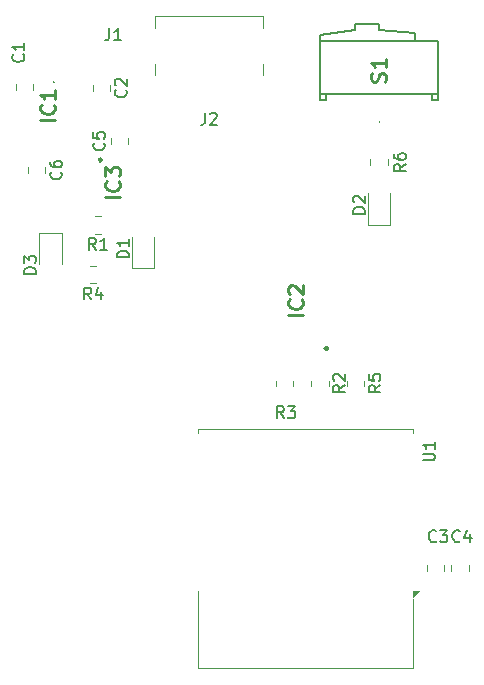
<source format=gbr>
%TF.GenerationSoftware,KiCad,Pcbnew,8.0.6*%
%TF.CreationDate,2024-10-24T11:44:03+02:00*%
%TF.ProjectId,IoT_Kicad_MP,496f545f-4b69-4636-9164-5f4d502e6b69,rev?*%
%TF.SameCoordinates,Original*%
%TF.FileFunction,Legend,Top*%
%TF.FilePolarity,Positive*%
%FSLAX46Y46*%
G04 Gerber Fmt 4.6, Leading zero omitted, Abs format (unit mm)*
G04 Created by KiCad (PCBNEW 8.0.6) date 2024-10-24 11:44:03*
%MOMM*%
%LPD*%
G01*
G04 APERTURE LIST*
%ADD10C,0.254000*%
%ADD11C,0.150000*%
%ADD12C,0.200000*%
%ADD13C,0.100000*%
%ADD14C,0.120000*%
G04 APERTURE END LIST*
D10*
X132513842Y-56467619D02*
X132574318Y-56286190D01*
X132574318Y-56286190D02*
X132574318Y-55983809D01*
X132574318Y-55983809D02*
X132513842Y-55862857D01*
X132513842Y-55862857D02*
X132453365Y-55802381D01*
X132453365Y-55802381D02*
X132332413Y-55741904D01*
X132332413Y-55741904D02*
X132211461Y-55741904D01*
X132211461Y-55741904D02*
X132090508Y-55802381D01*
X132090508Y-55802381D02*
X132030032Y-55862857D01*
X132030032Y-55862857D02*
X131969556Y-55983809D01*
X131969556Y-55983809D02*
X131909080Y-56225714D01*
X131909080Y-56225714D02*
X131848603Y-56346666D01*
X131848603Y-56346666D02*
X131788127Y-56407143D01*
X131788127Y-56407143D02*
X131667175Y-56467619D01*
X131667175Y-56467619D02*
X131546222Y-56467619D01*
X131546222Y-56467619D02*
X131425270Y-56407143D01*
X131425270Y-56407143D02*
X131364794Y-56346666D01*
X131364794Y-56346666D02*
X131304318Y-56225714D01*
X131304318Y-56225714D02*
X131304318Y-55923333D01*
X131304318Y-55923333D02*
X131364794Y-55741904D01*
X132574318Y-54532380D02*
X132574318Y-55258095D01*
X132574318Y-54895238D02*
X131304318Y-54895238D01*
X131304318Y-54895238D02*
X131485746Y-55016190D01*
X131485746Y-55016190D02*
X131606699Y-55137142D01*
X131606699Y-55137142D02*
X131667175Y-55258095D01*
X110074318Y-66239762D02*
X108804318Y-66239762D01*
X109953365Y-64909285D02*
X110013842Y-64969761D01*
X110013842Y-64969761D02*
X110074318Y-65151190D01*
X110074318Y-65151190D02*
X110074318Y-65272142D01*
X110074318Y-65272142D02*
X110013842Y-65453571D01*
X110013842Y-65453571D02*
X109892889Y-65574523D01*
X109892889Y-65574523D02*
X109771937Y-65635000D01*
X109771937Y-65635000D02*
X109530032Y-65695476D01*
X109530032Y-65695476D02*
X109348603Y-65695476D01*
X109348603Y-65695476D02*
X109106699Y-65635000D01*
X109106699Y-65635000D02*
X108985746Y-65574523D01*
X108985746Y-65574523D02*
X108864794Y-65453571D01*
X108864794Y-65453571D02*
X108804318Y-65272142D01*
X108804318Y-65272142D02*
X108804318Y-65151190D01*
X108804318Y-65151190D02*
X108864794Y-64969761D01*
X108864794Y-64969761D02*
X108925270Y-64909285D01*
X108804318Y-64485952D02*
X108804318Y-63699761D01*
X108804318Y-63699761D02*
X109288127Y-64123095D01*
X109288127Y-64123095D02*
X109288127Y-63941666D01*
X109288127Y-63941666D02*
X109348603Y-63820714D01*
X109348603Y-63820714D02*
X109409080Y-63760238D01*
X109409080Y-63760238D02*
X109530032Y-63699761D01*
X109530032Y-63699761D02*
X109832413Y-63699761D01*
X109832413Y-63699761D02*
X109953365Y-63760238D01*
X109953365Y-63760238D02*
X110013842Y-63820714D01*
X110013842Y-63820714D02*
X110074318Y-63941666D01*
X110074318Y-63941666D02*
X110074318Y-64304523D01*
X110074318Y-64304523D02*
X110013842Y-64425476D01*
X110013842Y-64425476D02*
X109953365Y-64485952D01*
X125574318Y-76239762D02*
X124304318Y-76239762D01*
X125453365Y-74909285D02*
X125513842Y-74969761D01*
X125513842Y-74969761D02*
X125574318Y-75151190D01*
X125574318Y-75151190D02*
X125574318Y-75272142D01*
X125574318Y-75272142D02*
X125513842Y-75453571D01*
X125513842Y-75453571D02*
X125392889Y-75574523D01*
X125392889Y-75574523D02*
X125271937Y-75635000D01*
X125271937Y-75635000D02*
X125030032Y-75695476D01*
X125030032Y-75695476D02*
X124848603Y-75695476D01*
X124848603Y-75695476D02*
X124606699Y-75635000D01*
X124606699Y-75635000D02*
X124485746Y-75574523D01*
X124485746Y-75574523D02*
X124364794Y-75453571D01*
X124364794Y-75453571D02*
X124304318Y-75272142D01*
X124304318Y-75272142D02*
X124304318Y-75151190D01*
X124304318Y-75151190D02*
X124364794Y-74969761D01*
X124364794Y-74969761D02*
X124425270Y-74909285D01*
X124425270Y-74425476D02*
X124364794Y-74365000D01*
X124364794Y-74365000D02*
X124304318Y-74244047D01*
X124304318Y-74244047D02*
X124304318Y-73941666D01*
X124304318Y-73941666D02*
X124364794Y-73820714D01*
X124364794Y-73820714D02*
X124425270Y-73760238D01*
X124425270Y-73760238D02*
X124546222Y-73699761D01*
X124546222Y-73699761D02*
X124667175Y-73699761D01*
X124667175Y-73699761D02*
X124848603Y-73760238D01*
X124848603Y-73760238D02*
X125574318Y-74485952D01*
X125574318Y-74485952D02*
X125574318Y-73699761D01*
X104574318Y-59739762D02*
X103304318Y-59739762D01*
X104453365Y-58409285D02*
X104513842Y-58469761D01*
X104513842Y-58469761D02*
X104574318Y-58651190D01*
X104574318Y-58651190D02*
X104574318Y-58772142D01*
X104574318Y-58772142D02*
X104513842Y-58953571D01*
X104513842Y-58953571D02*
X104392889Y-59074523D01*
X104392889Y-59074523D02*
X104271937Y-59135000D01*
X104271937Y-59135000D02*
X104030032Y-59195476D01*
X104030032Y-59195476D02*
X103848603Y-59195476D01*
X103848603Y-59195476D02*
X103606699Y-59135000D01*
X103606699Y-59135000D02*
X103485746Y-59074523D01*
X103485746Y-59074523D02*
X103364794Y-58953571D01*
X103364794Y-58953571D02*
X103304318Y-58772142D01*
X103304318Y-58772142D02*
X103304318Y-58651190D01*
X103304318Y-58651190D02*
X103364794Y-58469761D01*
X103364794Y-58469761D02*
X103425270Y-58409285D01*
X104574318Y-57199761D02*
X104574318Y-57925476D01*
X104574318Y-57562619D02*
X103304318Y-57562619D01*
X103304318Y-57562619D02*
X103485746Y-57683571D01*
X103485746Y-57683571D02*
X103606699Y-57804523D01*
X103606699Y-57804523D02*
X103667175Y-57925476D01*
D11*
X134254819Y-63466666D02*
X133778628Y-63799999D01*
X134254819Y-64038094D02*
X133254819Y-64038094D01*
X133254819Y-64038094D02*
X133254819Y-63657142D01*
X133254819Y-63657142D02*
X133302438Y-63561904D01*
X133302438Y-63561904D02*
X133350057Y-63514285D01*
X133350057Y-63514285D02*
X133445295Y-63466666D01*
X133445295Y-63466666D02*
X133588152Y-63466666D01*
X133588152Y-63466666D02*
X133683390Y-63514285D01*
X133683390Y-63514285D02*
X133731009Y-63561904D01*
X133731009Y-63561904D02*
X133778628Y-63657142D01*
X133778628Y-63657142D02*
X133778628Y-64038094D01*
X133254819Y-62609523D02*
X133254819Y-62799999D01*
X133254819Y-62799999D02*
X133302438Y-62895237D01*
X133302438Y-62895237D02*
X133350057Y-62942856D01*
X133350057Y-62942856D02*
X133492914Y-63038094D01*
X133492914Y-63038094D02*
X133683390Y-63085713D01*
X133683390Y-63085713D02*
X134064342Y-63085713D01*
X134064342Y-63085713D02*
X134159580Y-63038094D01*
X134159580Y-63038094D02*
X134207200Y-62990475D01*
X134207200Y-62990475D02*
X134254819Y-62895237D01*
X134254819Y-62895237D02*
X134254819Y-62704761D01*
X134254819Y-62704761D02*
X134207200Y-62609523D01*
X134207200Y-62609523D02*
X134159580Y-62561904D01*
X134159580Y-62561904D02*
X134064342Y-62514285D01*
X134064342Y-62514285D02*
X133826247Y-62514285D01*
X133826247Y-62514285D02*
X133731009Y-62561904D01*
X133731009Y-62561904D02*
X133683390Y-62609523D01*
X133683390Y-62609523D02*
X133635771Y-62704761D01*
X133635771Y-62704761D02*
X133635771Y-62895237D01*
X133635771Y-62895237D02*
X133683390Y-62990475D01*
X133683390Y-62990475D02*
X133731009Y-63038094D01*
X133731009Y-63038094D02*
X133826247Y-63085713D01*
X117266666Y-59104819D02*
X117266666Y-59819104D01*
X117266666Y-59819104D02*
X117219047Y-59961961D01*
X117219047Y-59961961D02*
X117123809Y-60057200D01*
X117123809Y-60057200D02*
X116980952Y-60104819D01*
X116980952Y-60104819D02*
X116885714Y-60104819D01*
X117695238Y-59200057D02*
X117742857Y-59152438D01*
X117742857Y-59152438D02*
X117838095Y-59104819D01*
X117838095Y-59104819D02*
X118076190Y-59104819D01*
X118076190Y-59104819D02*
X118171428Y-59152438D01*
X118171428Y-59152438D02*
X118219047Y-59200057D01*
X118219047Y-59200057D02*
X118266666Y-59295295D01*
X118266666Y-59295295D02*
X118266666Y-59390533D01*
X118266666Y-59390533D02*
X118219047Y-59533390D01*
X118219047Y-59533390D02*
X117647619Y-60104819D01*
X117647619Y-60104819D02*
X118266666Y-60104819D01*
X135714819Y-88531904D02*
X136524342Y-88531904D01*
X136524342Y-88531904D02*
X136619580Y-88484285D01*
X136619580Y-88484285D02*
X136667200Y-88436666D01*
X136667200Y-88436666D02*
X136714819Y-88341428D01*
X136714819Y-88341428D02*
X136714819Y-88150952D01*
X136714819Y-88150952D02*
X136667200Y-88055714D01*
X136667200Y-88055714D02*
X136619580Y-88008095D01*
X136619580Y-88008095D02*
X136524342Y-87960476D01*
X136524342Y-87960476D02*
X135714819Y-87960476D01*
X136714819Y-86960476D02*
X136714819Y-87531904D01*
X136714819Y-87246190D02*
X135714819Y-87246190D01*
X135714819Y-87246190D02*
X135857676Y-87341428D01*
X135857676Y-87341428D02*
X135952914Y-87436666D01*
X135952914Y-87436666D02*
X136000533Y-87531904D01*
X132104819Y-82166666D02*
X131628628Y-82499999D01*
X132104819Y-82738094D02*
X131104819Y-82738094D01*
X131104819Y-82738094D02*
X131104819Y-82357142D01*
X131104819Y-82357142D02*
X131152438Y-82261904D01*
X131152438Y-82261904D02*
X131200057Y-82214285D01*
X131200057Y-82214285D02*
X131295295Y-82166666D01*
X131295295Y-82166666D02*
X131438152Y-82166666D01*
X131438152Y-82166666D02*
X131533390Y-82214285D01*
X131533390Y-82214285D02*
X131581009Y-82261904D01*
X131581009Y-82261904D02*
X131628628Y-82357142D01*
X131628628Y-82357142D02*
X131628628Y-82738094D01*
X131104819Y-81261904D02*
X131104819Y-81738094D01*
X131104819Y-81738094D02*
X131581009Y-81785713D01*
X131581009Y-81785713D02*
X131533390Y-81738094D01*
X131533390Y-81738094D02*
X131485771Y-81642856D01*
X131485771Y-81642856D02*
X131485771Y-81404761D01*
X131485771Y-81404761D02*
X131533390Y-81309523D01*
X131533390Y-81309523D02*
X131581009Y-81261904D01*
X131581009Y-81261904D02*
X131676247Y-81214285D01*
X131676247Y-81214285D02*
X131914342Y-81214285D01*
X131914342Y-81214285D02*
X132009580Y-81261904D01*
X132009580Y-81261904D02*
X132057200Y-81309523D01*
X132057200Y-81309523D02*
X132104819Y-81404761D01*
X132104819Y-81404761D02*
X132104819Y-81642856D01*
X132104819Y-81642856D02*
X132057200Y-81738094D01*
X132057200Y-81738094D02*
X132009580Y-81785713D01*
X107620833Y-74904819D02*
X107287500Y-74428628D01*
X107049405Y-74904819D02*
X107049405Y-73904819D01*
X107049405Y-73904819D02*
X107430357Y-73904819D01*
X107430357Y-73904819D02*
X107525595Y-73952438D01*
X107525595Y-73952438D02*
X107573214Y-74000057D01*
X107573214Y-74000057D02*
X107620833Y-74095295D01*
X107620833Y-74095295D02*
X107620833Y-74238152D01*
X107620833Y-74238152D02*
X107573214Y-74333390D01*
X107573214Y-74333390D02*
X107525595Y-74381009D01*
X107525595Y-74381009D02*
X107430357Y-74428628D01*
X107430357Y-74428628D02*
X107049405Y-74428628D01*
X108477976Y-74238152D02*
X108477976Y-74904819D01*
X108239881Y-73857200D02*
X108001786Y-74571485D01*
X108001786Y-74571485D02*
X108620833Y-74571485D01*
X123933333Y-84954819D02*
X123600000Y-84478628D01*
X123361905Y-84954819D02*
X123361905Y-83954819D01*
X123361905Y-83954819D02*
X123742857Y-83954819D01*
X123742857Y-83954819D02*
X123838095Y-84002438D01*
X123838095Y-84002438D02*
X123885714Y-84050057D01*
X123885714Y-84050057D02*
X123933333Y-84145295D01*
X123933333Y-84145295D02*
X123933333Y-84288152D01*
X123933333Y-84288152D02*
X123885714Y-84383390D01*
X123885714Y-84383390D02*
X123838095Y-84431009D01*
X123838095Y-84431009D02*
X123742857Y-84478628D01*
X123742857Y-84478628D02*
X123361905Y-84478628D01*
X124266667Y-83954819D02*
X124885714Y-83954819D01*
X124885714Y-83954819D02*
X124552381Y-84335771D01*
X124552381Y-84335771D02*
X124695238Y-84335771D01*
X124695238Y-84335771D02*
X124790476Y-84383390D01*
X124790476Y-84383390D02*
X124838095Y-84431009D01*
X124838095Y-84431009D02*
X124885714Y-84526247D01*
X124885714Y-84526247D02*
X124885714Y-84764342D01*
X124885714Y-84764342D02*
X124838095Y-84859580D01*
X124838095Y-84859580D02*
X124790476Y-84907200D01*
X124790476Y-84907200D02*
X124695238Y-84954819D01*
X124695238Y-84954819D02*
X124409524Y-84954819D01*
X124409524Y-84954819D02*
X124314286Y-84907200D01*
X124314286Y-84907200D02*
X124266667Y-84859580D01*
X129104819Y-82166666D02*
X128628628Y-82499999D01*
X129104819Y-82738094D02*
X128104819Y-82738094D01*
X128104819Y-82738094D02*
X128104819Y-82357142D01*
X128104819Y-82357142D02*
X128152438Y-82261904D01*
X128152438Y-82261904D02*
X128200057Y-82214285D01*
X128200057Y-82214285D02*
X128295295Y-82166666D01*
X128295295Y-82166666D02*
X128438152Y-82166666D01*
X128438152Y-82166666D02*
X128533390Y-82214285D01*
X128533390Y-82214285D02*
X128581009Y-82261904D01*
X128581009Y-82261904D02*
X128628628Y-82357142D01*
X128628628Y-82357142D02*
X128628628Y-82738094D01*
X128200057Y-81785713D02*
X128152438Y-81738094D01*
X128152438Y-81738094D02*
X128104819Y-81642856D01*
X128104819Y-81642856D02*
X128104819Y-81404761D01*
X128104819Y-81404761D02*
X128152438Y-81309523D01*
X128152438Y-81309523D02*
X128200057Y-81261904D01*
X128200057Y-81261904D02*
X128295295Y-81214285D01*
X128295295Y-81214285D02*
X128390533Y-81214285D01*
X128390533Y-81214285D02*
X128533390Y-81261904D01*
X128533390Y-81261904D02*
X129104819Y-81833332D01*
X129104819Y-81833332D02*
X129104819Y-81214285D01*
X108020833Y-70704819D02*
X107687500Y-70228628D01*
X107449405Y-70704819D02*
X107449405Y-69704819D01*
X107449405Y-69704819D02*
X107830357Y-69704819D01*
X107830357Y-69704819D02*
X107925595Y-69752438D01*
X107925595Y-69752438D02*
X107973214Y-69800057D01*
X107973214Y-69800057D02*
X108020833Y-69895295D01*
X108020833Y-69895295D02*
X108020833Y-70038152D01*
X108020833Y-70038152D02*
X107973214Y-70133390D01*
X107973214Y-70133390D02*
X107925595Y-70181009D01*
X107925595Y-70181009D02*
X107830357Y-70228628D01*
X107830357Y-70228628D02*
X107449405Y-70228628D01*
X108973214Y-70704819D02*
X108401786Y-70704819D01*
X108687500Y-70704819D02*
X108687500Y-69704819D01*
X108687500Y-69704819D02*
X108592262Y-69847676D01*
X108592262Y-69847676D02*
X108497024Y-69942914D01*
X108497024Y-69942914D02*
X108401786Y-69990533D01*
X109166666Y-51954819D02*
X109166666Y-52669104D01*
X109166666Y-52669104D02*
X109119047Y-52811961D01*
X109119047Y-52811961D02*
X109023809Y-52907200D01*
X109023809Y-52907200D02*
X108880952Y-52954819D01*
X108880952Y-52954819D02*
X108785714Y-52954819D01*
X110166666Y-52954819D02*
X109595238Y-52954819D01*
X109880952Y-52954819D02*
X109880952Y-51954819D01*
X109880952Y-51954819D02*
X109785714Y-52097676D01*
X109785714Y-52097676D02*
X109690476Y-52192914D01*
X109690476Y-52192914D02*
X109595238Y-52240533D01*
X102954819Y-72738094D02*
X101954819Y-72738094D01*
X101954819Y-72738094D02*
X101954819Y-72499999D01*
X101954819Y-72499999D02*
X102002438Y-72357142D01*
X102002438Y-72357142D02*
X102097676Y-72261904D01*
X102097676Y-72261904D02*
X102192914Y-72214285D01*
X102192914Y-72214285D02*
X102383390Y-72166666D01*
X102383390Y-72166666D02*
X102526247Y-72166666D01*
X102526247Y-72166666D02*
X102716723Y-72214285D01*
X102716723Y-72214285D02*
X102811961Y-72261904D01*
X102811961Y-72261904D02*
X102907200Y-72357142D01*
X102907200Y-72357142D02*
X102954819Y-72499999D01*
X102954819Y-72499999D02*
X102954819Y-72738094D01*
X101954819Y-71833332D02*
X101954819Y-71214285D01*
X101954819Y-71214285D02*
X102335771Y-71547618D01*
X102335771Y-71547618D02*
X102335771Y-71404761D01*
X102335771Y-71404761D02*
X102383390Y-71309523D01*
X102383390Y-71309523D02*
X102431009Y-71261904D01*
X102431009Y-71261904D02*
X102526247Y-71214285D01*
X102526247Y-71214285D02*
X102764342Y-71214285D01*
X102764342Y-71214285D02*
X102859580Y-71261904D01*
X102859580Y-71261904D02*
X102907200Y-71309523D01*
X102907200Y-71309523D02*
X102954819Y-71404761D01*
X102954819Y-71404761D02*
X102954819Y-71690475D01*
X102954819Y-71690475D02*
X102907200Y-71785713D01*
X102907200Y-71785713D02*
X102859580Y-71833332D01*
X130804819Y-67638094D02*
X129804819Y-67638094D01*
X129804819Y-67638094D02*
X129804819Y-67399999D01*
X129804819Y-67399999D02*
X129852438Y-67257142D01*
X129852438Y-67257142D02*
X129947676Y-67161904D01*
X129947676Y-67161904D02*
X130042914Y-67114285D01*
X130042914Y-67114285D02*
X130233390Y-67066666D01*
X130233390Y-67066666D02*
X130376247Y-67066666D01*
X130376247Y-67066666D02*
X130566723Y-67114285D01*
X130566723Y-67114285D02*
X130661961Y-67161904D01*
X130661961Y-67161904D02*
X130757200Y-67257142D01*
X130757200Y-67257142D02*
X130804819Y-67399999D01*
X130804819Y-67399999D02*
X130804819Y-67638094D01*
X129900057Y-66685713D02*
X129852438Y-66638094D01*
X129852438Y-66638094D02*
X129804819Y-66542856D01*
X129804819Y-66542856D02*
X129804819Y-66304761D01*
X129804819Y-66304761D02*
X129852438Y-66209523D01*
X129852438Y-66209523D02*
X129900057Y-66161904D01*
X129900057Y-66161904D02*
X129995295Y-66114285D01*
X129995295Y-66114285D02*
X130090533Y-66114285D01*
X130090533Y-66114285D02*
X130233390Y-66161904D01*
X130233390Y-66161904D02*
X130804819Y-66733332D01*
X130804819Y-66733332D02*
X130804819Y-66114285D01*
X110804819Y-71338094D02*
X109804819Y-71338094D01*
X109804819Y-71338094D02*
X109804819Y-71099999D01*
X109804819Y-71099999D02*
X109852438Y-70957142D01*
X109852438Y-70957142D02*
X109947676Y-70861904D01*
X109947676Y-70861904D02*
X110042914Y-70814285D01*
X110042914Y-70814285D02*
X110233390Y-70766666D01*
X110233390Y-70766666D02*
X110376247Y-70766666D01*
X110376247Y-70766666D02*
X110566723Y-70814285D01*
X110566723Y-70814285D02*
X110661961Y-70861904D01*
X110661961Y-70861904D02*
X110757200Y-70957142D01*
X110757200Y-70957142D02*
X110804819Y-71099999D01*
X110804819Y-71099999D02*
X110804819Y-71338094D01*
X110804819Y-69814285D02*
X110804819Y-70385713D01*
X110804819Y-70099999D02*
X109804819Y-70099999D01*
X109804819Y-70099999D02*
X109947676Y-70195237D01*
X109947676Y-70195237D02*
X110042914Y-70290475D01*
X110042914Y-70290475D02*
X110090533Y-70385713D01*
X105039580Y-64116666D02*
X105087200Y-64164285D01*
X105087200Y-64164285D02*
X105134819Y-64307142D01*
X105134819Y-64307142D02*
X105134819Y-64402380D01*
X105134819Y-64402380D02*
X105087200Y-64545237D01*
X105087200Y-64545237D02*
X104991961Y-64640475D01*
X104991961Y-64640475D02*
X104896723Y-64688094D01*
X104896723Y-64688094D02*
X104706247Y-64735713D01*
X104706247Y-64735713D02*
X104563390Y-64735713D01*
X104563390Y-64735713D02*
X104372914Y-64688094D01*
X104372914Y-64688094D02*
X104277676Y-64640475D01*
X104277676Y-64640475D02*
X104182438Y-64545237D01*
X104182438Y-64545237D02*
X104134819Y-64402380D01*
X104134819Y-64402380D02*
X104134819Y-64307142D01*
X104134819Y-64307142D02*
X104182438Y-64164285D01*
X104182438Y-64164285D02*
X104230057Y-64116666D01*
X104134819Y-63259523D02*
X104134819Y-63449999D01*
X104134819Y-63449999D02*
X104182438Y-63545237D01*
X104182438Y-63545237D02*
X104230057Y-63592856D01*
X104230057Y-63592856D02*
X104372914Y-63688094D01*
X104372914Y-63688094D02*
X104563390Y-63735713D01*
X104563390Y-63735713D02*
X104944342Y-63735713D01*
X104944342Y-63735713D02*
X105039580Y-63688094D01*
X105039580Y-63688094D02*
X105087200Y-63640475D01*
X105087200Y-63640475D02*
X105134819Y-63545237D01*
X105134819Y-63545237D02*
X105134819Y-63354761D01*
X105134819Y-63354761D02*
X105087200Y-63259523D01*
X105087200Y-63259523D02*
X105039580Y-63211904D01*
X105039580Y-63211904D02*
X104944342Y-63164285D01*
X104944342Y-63164285D02*
X104706247Y-63164285D01*
X104706247Y-63164285D02*
X104611009Y-63211904D01*
X104611009Y-63211904D02*
X104563390Y-63259523D01*
X104563390Y-63259523D02*
X104515771Y-63354761D01*
X104515771Y-63354761D02*
X104515771Y-63545237D01*
X104515771Y-63545237D02*
X104563390Y-63640475D01*
X104563390Y-63640475D02*
X104611009Y-63688094D01*
X104611009Y-63688094D02*
X104706247Y-63735713D01*
X108679580Y-61666666D02*
X108727200Y-61714285D01*
X108727200Y-61714285D02*
X108774819Y-61857142D01*
X108774819Y-61857142D02*
X108774819Y-61952380D01*
X108774819Y-61952380D02*
X108727200Y-62095237D01*
X108727200Y-62095237D02*
X108631961Y-62190475D01*
X108631961Y-62190475D02*
X108536723Y-62238094D01*
X108536723Y-62238094D02*
X108346247Y-62285713D01*
X108346247Y-62285713D02*
X108203390Y-62285713D01*
X108203390Y-62285713D02*
X108012914Y-62238094D01*
X108012914Y-62238094D02*
X107917676Y-62190475D01*
X107917676Y-62190475D02*
X107822438Y-62095237D01*
X107822438Y-62095237D02*
X107774819Y-61952380D01*
X107774819Y-61952380D02*
X107774819Y-61857142D01*
X107774819Y-61857142D02*
X107822438Y-61714285D01*
X107822438Y-61714285D02*
X107870057Y-61666666D01*
X107774819Y-60761904D02*
X107774819Y-61238094D01*
X107774819Y-61238094D02*
X108251009Y-61285713D01*
X108251009Y-61285713D02*
X108203390Y-61238094D01*
X108203390Y-61238094D02*
X108155771Y-61142856D01*
X108155771Y-61142856D02*
X108155771Y-60904761D01*
X108155771Y-60904761D02*
X108203390Y-60809523D01*
X108203390Y-60809523D02*
X108251009Y-60761904D01*
X108251009Y-60761904D02*
X108346247Y-60714285D01*
X108346247Y-60714285D02*
X108584342Y-60714285D01*
X108584342Y-60714285D02*
X108679580Y-60761904D01*
X108679580Y-60761904D02*
X108727200Y-60809523D01*
X108727200Y-60809523D02*
X108774819Y-60904761D01*
X108774819Y-60904761D02*
X108774819Y-61142856D01*
X108774819Y-61142856D02*
X108727200Y-61238094D01*
X108727200Y-61238094D02*
X108679580Y-61285713D01*
X138833333Y-95359580D02*
X138785714Y-95407200D01*
X138785714Y-95407200D02*
X138642857Y-95454819D01*
X138642857Y-95454819D02*
X138547619Y-95454819D01*
X138547619Y-95454819D02*
X138404762Y-95407200D01*
X138404762Y-95407200D02*
X138309524Y-95311961D01*
X138309524Y-95311961D02*
X138261905Y-95216723D01*
X138261905Y-95216723D02*
X138214286Y-95026247D01*
X138214286Y-95026247D02*
X138214286Y-94883390D01*
X138214286Y-94883390D02*
X138261905Y-94692914D01*
X138261905Y-94692914D02*
X138309524Y-94597676D01*
X138309524Y-94597676D02*
X138404762Y-94502438D01*
X138404762Y-94502438D02*
X138547619Y-94454819D01*
X138547619Y-94454819D02*
X138642857Y-94454819D01*
X138642857Y-94454819D02*
X138785714Y-94502438D01*
X138785714Y-94502438D02*
X138833333Y-94550057D01*
X139690476Y-94788152D02*
X139690476Y-95454819D01*
X139452381Y-94407200D02*
X139214286Y-95121485D01*
X139214286Y-95121485D02*
X139833333Y-95121485D01*
X136833333Y-95359580D02*
X136785714Y-95407200D01*
X136785714Y-95407200D02*
X136642857Y-95454819D01*
X136642857Y-95454819D02*
X136547619Y-95454819D01*
X136547619Y-95454819D02*
X136404762Y-95407200D01*
X136404762Y-95407200D02*
X136309524Y-95311961D01*
X136309524Y-95311961D02*
X136261905Y-95216723D01*
X136261905Y-95216723D02*
X136214286Y-95026247D01*
X136214286Y-95026247D02*
X136214286Y-94883390D01*
X136214286Y-94883390D02*
X136261905Y-94692914D01*
X136261905Y-94692914D02*
X136309524Y-94597676D01*
X136309524Y-94597676D02*
X136404762Y-94502438D01*
X136404762Y-94502438D02*
X136547619Y-94454819D01*
X136547619Y-94454819D02*
X136642857Y-94454819D01*
X136642857Y-94454819D02*
X136785714Y-94502438D01*
X136785714Y-94502438D02*
X136833333Y-94550057D01*
X137166667Y-94454819D02*
X137785714Y-94454819D01*
X137785714Y-94454819D02*
X137452381Y-94835771D01*
X137452381Y-94835771D02*
X137595238Y-94835771D01*
X137595238Y-94835771D02*
X137690476Y-94883390D01*
X137690476Y-94883390D02*
X137738095Y-94931009D01*
X137738095Y-94931009D02*
X137785714Y-95026247D01*
X137785714Y-95026247D02*
X137785714Y-95264342D01*
X137785714Y-95264342D02*
X137738095Y-95359580D01*
X137738095Y-95359580D02*
X137690476Y-95407200D01*
X137690476Y-95407200D02*
X137595238Y-95454819D01*
X137595238Y-95454819D02*
X137309524Y-95454819D01*
X137309524Y-95454819D02*
X137214286Y-95407200D01*
X137214286Y-95407200D02*
X137166667Y-95359580D01*
X110539580Y-57166666D02*
X110587200Y-57214285D01*
X110587200Y-57214285D02*
X110634819Y-57357142D01*
X110634819Y-57357142D02*
X110634819Y-57452380D01*
X110634819Y-57452380D02*
X110587200Y-57595237D01*
X110587200Y-57595237D02*
X110491961Y-57690475D01*
X110491961Y-57690475D02*
X110396723Y-57738094D01*
X110396723Y-57738094D02*
X110206247Y-57785713D01*
X110206247Y-57785713D02*
X110063390Y-57785713D01*
X110063390Y-57785713D02*
X109872914Y-57738094D01*
X109872914Y-57738094D02*
X109777676Y-57690475D01*
X109777676Y-57690475D02*
X109682438Y-57595237D01*
X109682438Y-57595237D02*
X109634819Y-57452380D01*
X109634819Y-57452380D02*
X109634819Y-57357142D01*
X109634819Y-57357142D02*
X109682438Y-57214285D01*
X109682438Y-57214285D02*
X109730057Y-57166666D01*
X109730057Y-56785713D02*
X109682438Y-56738094D01*
X109682438Y-56738094D02*
X109634819Y-56642856D01*
X109634819Y-56642856D02*
X109634819Y-56404761D01*
X109634819Y-56404761D02*
X109682438Y-56309523D01*
X109682438Y-56309523D02*
X109730057Y-56261904D01*
X109730057Y-56261904D02*
X109825295Y-56214285D01*
X109825295Y-56214285D02*
X109920533Y-56214285D01*
X109920533Y-56214285D02*
X110063390Y-56261904D01*
X110063390Y-56261904D02*
X110634819Y-56833332D01*
X110634819Y-56833332D02*
X110634819Y-56214285D01*
X101859580Y-54166666D02*
X101907200Y-54214285D01*
X101907200Y-54214285D02*
X101954819Y-54357142D01*
X101954819Y-54357142D02*
X101954819Y-54452380D01*
X101954819Y-54452380D02*
X101907200Y-54595237D01*
X101907200Y-54595237D02*
X101811961Y-54690475D01*
X101811961Y-54690475D02*
X101716723Y-54738094D01*
X101716723Y-54738094D02*
X101526247Y-54785713D01*
X101526247Y-54785713D02*
X101383390Y-54785713D01*
X101383390Y-54785713D02*
X101192914Y-54738094D01*
X101192914Y-54738094D02*
X101097676Y-54690475D01*
X101097676Y-54690475D02*
X101002438Y-54595237D01*
X101002438Y-54595237D02*
X100954819Y-54452380D01*
X100954819Y-54452380D02*
X100954819Y-54357142D01*
X100954819Y-54357142D02*
X101002438Y-54214285D01*
X101002438Y-54214285D02*
X101050057Y-54166666D01*
X101954819Y-53214285D02*
X101954819Y-53785713D01*
X101954819Y-53499999D02*
X100954819Y-53499999D01*
X100954819Y-53499999D02*
X101097676Y-53595237D01*
X101097676Y-53595237D02*
X101192914Y-53690475D01*
X101192914Y-53690475D02*
X101240533Y-53785713D01*
D12*
%TO.C,S1*%
X132000000Y-51625000D02*
X130000000Y-51625000D01*
X130000000Y-51625000D02*
X130000000Y-52092000D01*
X132000000Y-52092000D02*
X132000000Y-51625000D01*
X130000000Y-52092000D02*
X127000000Y-52558000D01*
X135000000Y-52325000D02*
X132000000Y-52092000D01*
X127000000Y-52558000D02*
X127000000Y-53025000D01*
X137000000Y-53025000D02*
X137000000Y-57525000D01*
X135000000Y-53025000D02*
X135000000Y-52325000D01*
X127000000Y-53025000D02*
X137000000Y-53025000D01*
X137000000Y-57525000D02*
X127000000Y-57525000D01*
X137000000Y-57525000D02*
X137000000Y-58025000D01*
X127500000Y-57525000D02*
X127500000Y-58025000D01*
X127000000Y-57525000D02*
X127000000Y-53025000D01*
X137000000Y-58025000D02*
X136500000Y-58025000D01*
X136500000Y-58025000D02*
X136500000Y-57525000D01*
X127500000Y-58025000D02*
X127000000Y-58025000D01*
X127000000Y-58025000D02*
X127000000Y-57525000D01*
D13*
X132000000Y-59825000D02*
X132000000Y-59825000D01*
X132000000Y-59925000D02*
X132000000Y-59925000D01*
X132000000Y-59825000D02*
G75*
G02*
X132000000Y-59925000I0J-50000D01*
G01*
X132000000Y-59925000D02*
G75*
G02*
X132000000Y-59825000I0J50000D01*
G01*
D10*
%TO.C,IC3*%
X108525000Y-63100000D02*
G75*
G02*
X108275000Y-63100000I-125000J0D01*
G01*
X108275000Y-63100000D02*
G75*
G02*
X108525000Y-63100000I125000J0D01*
G01*
%TO.C,IC2*%
X127649000Y-79061500D02*
G75*
G02*
X127399000Y-79061500I-125000J0D01*
G01*
X127399000Y-79061500D02*
G75*
G02*
X127649000Y-79061500I125000J0D01*
G01*
D13*
%TO.C,IC1*%
X104375000Y-56475000D02*
X104375000Y-56475000D01*
X104475000Y-56475000D02*
X104475000Y-56475000D01*
X104375000Y-56475000D02*
G75*
G02*
X104475000Y-56475000I50000J0D01*
G01*
X104475000Y-56475000D02*
G75*
G02*
X104375000Y-56475000I-50000J0D01*
G01*
D14*
%TO.C,R6*%
X132735000Y-63060436D02*
X132735000Y-63514564D01*
X131265000Y-63060436D02*
X131265000Y-63514564D01*
%TO.C,J2*%
X122180000Y-55865000D02*
X122180000Y-55010000D01*
X122180000Y-51890000D02*
X122180000Y-50940000D01*
X122180000Y-50940000D02*
X113020000Y-50940000D01*
X113020000Y-55865000D02*
X113020000Y-55010000D01*
X113020000Y-51890000D02*
X113020000Y-50940000D01*
%TO.C,U1*%
X134870000Y-106110000D02*
X134870000Y-100300000D01*
X134870000Y-106110000D02*
X116650000Y-106110000D01*
X134870000Y-86190000D02*
X134870000Y-85890000D01*
X134870000Y-85890000D02*
X116650000Y-85890000D01*
X116650000Y-106110000D02*
X116650000Y-99610000D01*
X116650000Y-86190000D02*
X116650000Y-85890000D01*
X134860000Y-100100000D02*
X134860000Y-99600000D01*
X135360000Y-99600000D01*
X134860000Y-100100000D01*
G36*
X134860000Y-100100000D02*
G01*
X134860000Y-99600000D01*
X135360000Y-99600000D01*
X134860000Y-100100000D01*
G37*
%TO.C,R5*%
X130735000Y-81772936D02*
X130735000Y-82227064D01*
X129265000Y-81772936D02*
X129265000Y-82227064D01*
%TO.C,R4*%
X108014564Y-73535000D02*
X107560436Y-73535000D01*
X108014564Y-72065000D02*
X107560436Y-72065000D01*
%TO.C,R3*%
X124735000Y-81772936D02*
X124735000Y-82227064D01*
X123265000Y-81772936D02*
X123265000Y-82227064D01*
%TO.C,R2*%
X127735000Y-81772936D02*
X127735000Y-82227064D01*
X126265000Y-81772936D02*
X126265000Y-82227064D01*
%TO.C,R1*%
X108414564Y-69335000D02*
X107960436Y-69335000D01*
X108414564Y-67865000D02*
X107960436Y-67865000D01*
%TO.C,D3*%
X105160000Y-69252500D02*
X103240000Y-69252500D01*
X103240000Y-69252500D02*
X103240000Y-71937500D01*
X105160000Y-71937500D02*
X105160000Y-69252500D01*
%TO.C,D2*%
X131040000Y-65900000D02*
X131040000Y-68585000D01*
X132960000Y-68585000D02*
X132960000Y-65900000D01*
X131040000Y-68585000D02*
X132960000Y-68585000D01*
%TO.C,D1*%
X111040000Y-72285000D02*
X112960000Y-72285000D01*
X112960000Y-72285000D02*
X112960000Y-69600000D01*
X111040000Y-69600000D02*
X111040000Y-72285000D01*
%TO.C,C6*%
X103735000Y-63688748D02*
X103735000Y-64211252D01*
X102265000Y-63688748D02*
X102265000Y-64211252D01*
%TO.C,C5*%
X109265000Y-61761252D02*
X109265000Y-61238748D01*
X110735000Y-61761252D02*
X110735000Y-61238748D01*
%TO.C,C4*%
X138130421Y-97896585D02*
X138130421Y-97374081D01*
X139600421Y-97896585D02*
X139600421Y-97374081D01*
%TO.C,C3*%
X136065000Y-97911252D02*
X136065000Y-97388748D01*
X137535000Y-97911252D02*
X137535000Y-97388748D01*
%TO.C,C2*%
X109235000Y-56738748D02*
X109235000Y-57261252D01*
X107765000Y-56738748D02*
X107765000Y-57261252D01*
%TO.C,C1*%
X102735000Y-56688748D02*
X102735000Y-57211252D01*
X101265000Y-56688748D02*
X101265000Y-57211252D01*
%TD*%
M02*

</source>
